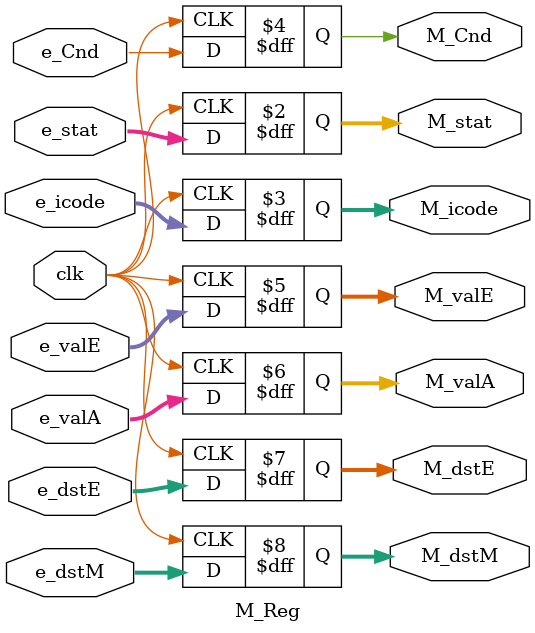
<source format=v>
module M_Reg(M_stat,M_icode,M_Cnd,M_valE,M_valA,M_dstE,M_dstM,e_stat,e_icode,e_Cnd,e_valE,e_valA,e_dstE,e_dstM,clk);
    output reg [2:0] M_stat;
    output reg [3:0] M_icode;
    output reg M_Cnd;
    output reg [63:0] M_valE;
    output reg [63:0] M_valA;
    output reg [3:0] M_dstE;
    output reg [3:0] M_dstM;
    input [2:0] e_stat;
    input [3:0] e_icode;
    input e_Cnd;
    input [63:0] e_valE;
    input [63:0] e_valA;
    input [3:0] e_dstE;
    input [3:0] e_dstM;
    input clk;
    always @(posedge clk)
    begin
        M_stat = e_stat;
        M_icode = e_icode;
        M_Cnd = e_Cnd;
        M_valE = e_valE;
        M_valA = e_valA;
        M_dstE = e_dstE;
        M_dstM = e_dstM;
    end
endmodule
</source>
